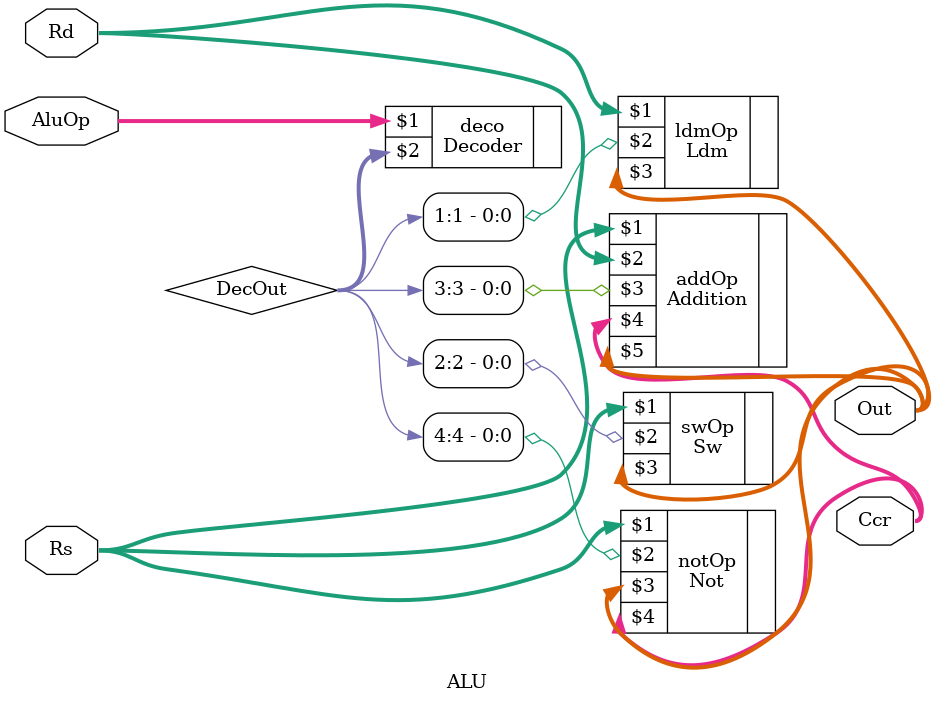
<source format=v>
module ALU(input [15:0]Rs,
           input [15:0]Rd,
           input[2:0]AluOp, 
            output[2:0] Ccr,
            output[15:0] Out
                 );
//1- decoding
wire [7:0] DecOut;
 Decoder deco(AluOp,DecOut);
// adding
Addition addOp (Rs,Rd,DecOut[3], Ccr, Out);   
//LDM
Ldm ldmOp (Rd ,DecOut[1], Out);
//NOT
 Not notOp ( Rs, DecOut[4], Out, Ccr);
//STD
 Sw swOp( Rs,DecOut[2] ,Out);
endmodule

</source>
